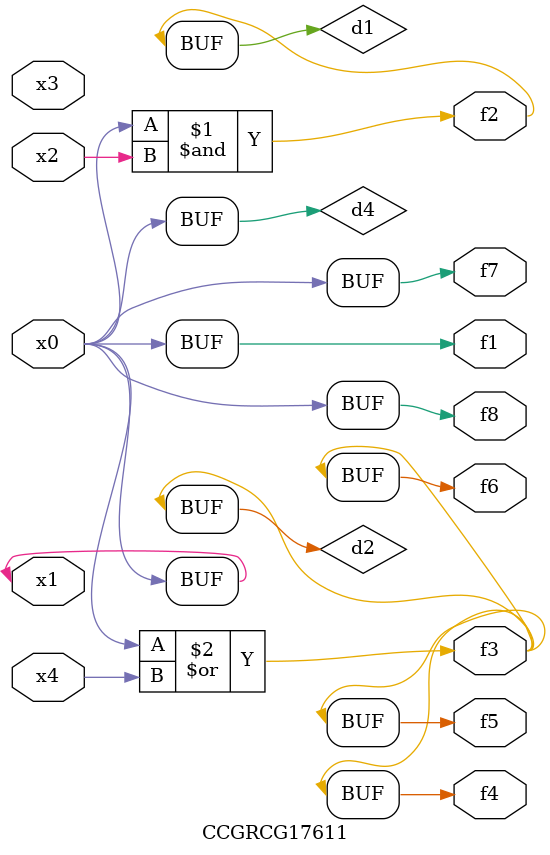
<source format=v>
module CCGRCG17611(
	input x0, x1, x2, x3, x4,
	output f1, f2, f3, f4, f5, f6, f7, f8
);

	wire d1, d2, d3, d4;

	and (d1, x0, x2);
	or (d2, x0, x4);
	nand (d3, x0, x2);
	buf (d4, x0, x1);
	assign f1 = d4;
	assign f2 = d1;
	assign f3 = d2;
	assign f4 = d2;
	assign f5 = d2;
	assign f6 = d2;
	assign f7 = d4;
	assign f8 = d4;
endmodule

</source>
